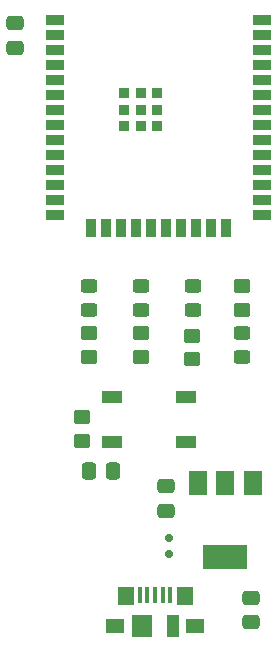
<source format=gbr>
%TF.GenerationSoftware,KiCad,Pcbnew,7.0.2*%
%TF.CreationDate,2023-08-23T23:39:57+05:30*%
%TF.ProjectId,esp32_dev_board,65737033-325f-4646-9576-5f626f617264,rev?*%
%TF.SameCoordinates,Original*%
%TF.FileFunction,Paste,Top*%
%TF.FilePolarity,Positive*%
%FSLAX46Y46*%
G04 Gerber Fmt 4.6, Leading zero omitted, Abs format (unit mm)*
G04 Created by KiCad (PCBNEW 7.0.2) date 2023-08-23 23:39:57*
%MOMM*%
%LPD*%
G01*
G04 APERTURE LIST*
G04 Aperture macros list*
%AMRoundRect*
0 Rectangle with rounded corners*
0 $1 Rounding radius*
0 $2 $3 $4 $5 $6 $7 $8 $9 X,Y pos of 4 corners*
0 Add a 4 corners polygon primitive as box body*
4,1,4,$2,$3,$4,$5,$6,$7,$8,$9,$2,$3,0*
0 Add four circle primitives for the rounded corners*
1,1,$1+$1,$2,$3*
1,1,$1+$1,$4,$5*
1,1,$1+$1,$6,$7*
1,1,$1+$1,$8,$9*
0 Add four rect primitives between the rounded corners*
20,1,$1+$1,$2,$3,$4,$5,0*
20,1,$1+$1,$4,$5,$6,$7,0*
20,1,$1+$1,$6,$7,$8,$9,0*
20,1,$1+$1,$8,$9,$2,$3,0*%
G04 Aperture macros list end*
%ADD10R,1.700000X1.000000*%
%ADD11RoundRect,0.250000X-0.475000X0.337500X-0.475000X-0.337500X0.475000X-0.337500X0.475000X0.337500X0*%
%ADD12RoundRect,0.250000X0.337500X0.475000X-0.337500X0.475000X-0.337500X-0.475000X0.337500X-0.475000X0*%
%ADD13RoundRect,0.250000X-0.450000X0.350000X-0.450000X-0.350000X0.450000X-0.350000X0.450000X0.350000X0*%
%ADD14RoundRect,0.250000X0.450000X-0.325000X0.450000X0.325000X-0.450000X0.325000X-0.450000X-0.325000X0*%
%ADD15RoundRect,0.250000X-0.450000X0.325000X-0.450000X-0.325000X0.450000X-0.325000X0.450000X0.325000X0*%
%ADD16R,1.500000X0.900000*%
%ADD17R,0.900000X1.500000*%
%ADD18R,0.900000X0.900000*%
%ADD19RoundRect,0.150000X0.200000X-0.150000X0.200000X0.150000X-0.200000X0.150000X-0.200000X-0.150000X0*%
%ADD20R,1.500000X2.000000*%
%ADD21R,3.800000X2.000000*%
%ADD22R,0.450000X1.380000*%
%ADD23R,1.650000X1.300000*%
%ADD24R,1.425000X1.550000*%
%ADD25R,1.800000X1.900000*%
%ADD26R,1.000000X1.900000*%
%ADD27RoundRect,0.250000X0.475000X-0.337500X0.475000X0.337500X-0.475000X0.337500X-0.475000X-0.337500X0*%
%ADD28RoundRect,0.250000X0.450000X-0.350000X0.450000X0.350000X-0.450000X0.350000X-0.450000X-0.350000X0*%
G04 APERTURE END LIST*
D10*
%TO.C,SW1*%
X108200000Y-101800000D03*
X114500000Y-101800000D03*
X108200000Y-105600000D03*
X114500000Y-105600000D03*
%TD*%
D11*
%TO.C,C4*%
X120000000Y-118800000D03*
X120000000Y-120875000D03*
%TD*%
D12*
%TO.C,C2*%
X108287500Y-108100000D03*
X106212500Y-108100000D03*
%TD*%
D13*
%TO.C,R1*%
X106225000Y-96375000D03*
X106225000Y-98375000D03*
%TD*%
D14*
%TO.C,D5*%
X115025000Y-94425000D03*
X115025000Y-92375000D03*
%TD*%
D15*
%TO.C,D2*%
X110625000Y-92375000D03*
X110625000Y-94425000D03*
%TD*%
%TO.C,D1*%
X106225000Y-92375000D03*
X106225000Y-94425000D03*
%TD*%
D16*
%TO.C,U3*%
X103385000Y-69895000D03*
X103385000Y-71165000D03*
X103385000Y-72435000D03*
X103385000Y-73705000D03*
X103385000Y-74975000D03*
X103385000Y-76245000D03*
X103385000Y-77515000D03*
X103385000Y-78785000D03*
X103385000Y-80055000D03*
X103385000Y-81325000D03*
X103385000Y-82595000D03*
X103385000Y-83865000D03*
X103385000Y-85135000D03*
X103385000Y-86405000D03*
D17*
X106420000Y-87500000D03*
X107690000Y-87500000D03*
X108960000Y-87500000D03*
X110230000Y-87500000D03*
X111500000Y-87500000D03*
X112770000Y-87500000D03*
X114040000Y-87500000D03*
X115310000Y-87500000D03*
X116580000Y-87500000D03*
X117850000Y-87500000D03*
D16*
X120885000Y-86405000D03*
X120885000Y-85135000D03*
X120885000Y-83865000D03*
X120885000Y-82595000D03*
X120885000Y-81325000D03*
X120885000Y-80055000D03*
X120885000Y-78785000D03*
X120885000Y-77515000D03*
X120885000Y-76245000D03*
X120885000Y-74975000D03*
X120885000Y-73705000D03*
X120885000Y-72435000D03*
X120885000Y-71165000D03*
X120885000Y-69895000D03*
D18*
X109235000Y-76060000D03*
X109235000Y-77460000D03*
X109235000Y-78860000D03*
X110635000Y-76060000D03*
X110635000Y-77460000D03*
X110635000Y-78860000D03*
X112035000Y-76060000D03*
X112035000Y-77460000D03*
X112035000Y-78860000D03*
%TD*%
D19*
%TO.C,D4*%
X113000000Y-113700000D03*
X113000000Y-115100000D03*
%TD*%
D20*
%TO.C,U2*%
X120100000Y-109050000D03*
X117800000Y-109050000D03*
D21*
X117800000Y-115350000D03*
D20*
X115500000Y-109050000D03*
%TD*%
D13*
%TO.C,R3*%
X110625000Y-96400000D03*
X110625000Y-98400000D03*
%TD*%
%TO.C,R4*%
X115000000Y-96600000D03*
X115000000Y-98600000D03*
%TD*%
D22*
%TO.C,J3*%
X110550000Y-118540000D03*
X111200000Y-118540000D03*
X111850000Y-118540000D03*
X112500000Y-118540000D03*
X113150000Y-118540000D03*
D23*
X108475000Y-121200000D03*
D24*
X109362500Y-118625000D03*
D25*
X110700000Y-121200000D03*
D26*
X113400000Y-121200000D03*
D24*
X114337500Y-118625000D03*
D23*
X115225000Y-121200000D03*
%TD*%
D15*
%TO.C,D6*%
X119200000Y-96375000D03*
X119200000Y-98425000D03*
%TD*%
D27*
%TO.C,C1*%
X100000000Y-72237500D03*
X100000000Y-70162500D03*
%TD*%
D28*
%TO.C,R2*%
X105650000Y-105500000D03*
X105650000Y-103500000D03*
%TD*%
D11*
%TO.C,C3*%
X112800000Y-109362500D03*
X112800000Y-111437500D03*
%TD*%
D28*
%TO.C,R5*%
X119200000Y-94425000D03*
X119200000Y-92425000D03*
%TD*%
M02*

</source>
